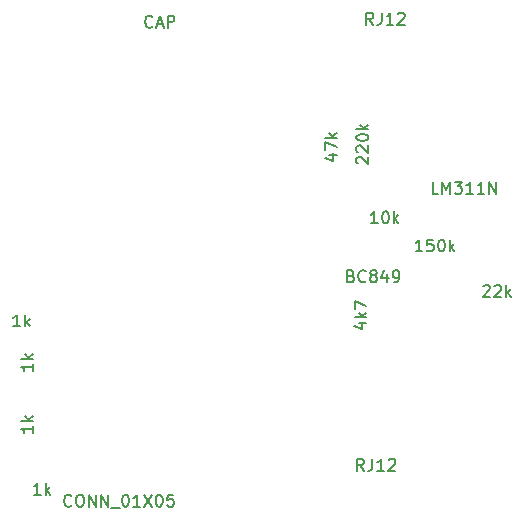
<source format=gbr>
G04 #@! TF.FileFunction,Other,Fab,Top*
%FSLAX46Y46*%
G04 Gerber Fmt 4.6, Leading zero omitted, Abs format (unit mm)*
G04 Created by KiCad (PCBNEW (2015-08-02 BZR 6038)-product) date 2015 November 19, Thursday 21:17:08*
%MOMM*%
G01*
G04 APERTURE LIST*
%ADD10C,0.100000*%
%ADD11C,0.150000*%
G04 APERTURE END LIST*
D10*
D11*
X214726191Y-119912381D02*
X214392857Y-119436190D01*
X214154762Y-119912381D02*
X214154762Y-118912381D01*
X214535715Y-118912381D01*
X214630953Y-118960000D01*
X214678572Y-119007619D01*
X214726191Y-119102857D01*
X214726191Y-119245714D01*
X214678572Y-119340952D01*
X214630953Y-119388571D01*
X214535715Y-119436190D01*
X214154762Y-119436190D01*
X215440477Y-118912381D02*
X215440477Y-119626667D01*
X215392857Y-119769524D01*
X215297619Y-119864762D01*
X215154762Y-119912381D01*
X215059524Y-119912381D01*
X216440477Y-119912381D02*
X215869048Y-119912381D01*
X216154762Y-119912381D02*
X216154762Y-118912381D01*
X216059524Y-119055238D01*
X215964286Y-119150476D01*
X215869048Y-119198095D01*
X216821429Y-119007619D02*
X216869048Y-118960000D01*
X216964286Y-118912381D01*
X217202382Y-118912381D01*
X217297620Y-118960000D01*
X217345239Y-119007619D01*
X217392858Y-119102857D01*
X217392858Y-119198095D01*
X217345239Y-119340952D01*
X216773810Y-119912381D01*
X217392858Y-119912381D01*
X215524191Y-82142381D02*
X215190857Y-81666190D01*
X214952762Y-82142381D02*
X214952762Y-81142381D01*
X215333715Y-81142381D01*
X215428953Y-81190000D01*
X215476572Y-81237619D01*
X215524191Y-81332857D01*
X215524191Y-81475714D01*
X215476572Y-81570952D01*
X215428953Y-81618571D01*
X215333715Y-81666190D01*
X214952762Y-81666190D01*
X216238477Y-81142381D02*
X216238477Y-81856667D01*
X216190857Y-81999524D01*
X216095619Y-82094762D01*
X215952762Y-82142381D01*
X215857524Y-82142381D01*
X217238477Y-82142381D02*
X216667048Y-82142381D01*
X216952762Y-82142381D02*
X216952762Y-81142381D01*
X216857524Y-81285238D01*
X216762286Y-81380476D01*
X216667048Y-81428095D01*
X217619429Y-81237619D02*
X217667048Y-81190000D01*
X217762286Y-81142381D01*
X218000382Y-81142381D01*
X218095620Y-81190000D01*
X218143239Y-81237619D01*
X218190858Y-81332857D01*
X218190858Y-81428095D01*
X218143239Y-81570952D01*
X217571810Y-82142381D01*
X218190858Y-82142381D01*
X196830593Y-82297143D02*
X196782974Y-82344762D01*
X196640117Y-82392381D01*
X196544879Y-82392381D01*
X196402021Y-82344762D01*
X196306783Y-82249524D01*
X196259164Y-82154286D01*
X196211545Y-81963810D01*
X196211545Y-81820952D01*
X196259164Y-81630476D01*
X196306783Y-81535238D01*
X196402021Y-81440000D01*
X196544879Y-81392381D01*
X196640117Y-81392381D01*
X196782974Y-81440000D01*
X196830593Y-81487619D01*
X197211545Y-82106667D02*
X197687736Y-82106667D01*
X197116307Y-82392381D02*
X197449640Y-81392381D01*
X197782974Y-82392381D01*
X198116307Y-82392381D02*
X198116307Y-81392381D01*
X198497260Y-81392381D01*
X198592498Y-81440000D01*
X198640117Y-81487619D01*
X198687736Y-81582857D01*
X198687736Y-81725714D01*
X198640117Y-81820952D01*
X198592498Y-81868571D01*
X198497260Y-81916190D01*
X198116307Y-81916190D01*
X185630953Y-107702381D02*
X185059524Y-107702381D01*
X185345238Y-107702381D02*
X185345238Y-106702381D01*
X185250000Y-106845238D01*
X185154762Y-106940476D01*
X185059524Y-106988095D01*
X186059524Y-107702381D02*
X186059524Y-106702381D01*
X186154762Y-107321429D02*
X186440477Y-107702381D01*
X186440477Y-107035714D02*
X186059524Y-107416667D01*
X186702381Y-110869047D02*
X186702381Y-111440476D01*
X186702381Y-111154762D02*
X185702381Y-111154762D01*
X185845238Y-111250000D01*
X185940476Y-111345238D01*
X185988095Y-111440476D01*
X186702381Y-110440476D02*
X185702381Y-110440476D01*
X186321429Y-110345238D02*
X186702381Y-110059523D01*
X186035714Y-110059523D02*
X186416667Y-110440476D01*
X186702381Y-116119047D02*
X186702381Y-116690476D01*
X186702381Y-116404762D02*
X185702381Y-116404762D01*
X185845238Y-116500000D01*
X185940476Y-116595238D01*
X185988095Y-116690476D01*
X186702381Y-115690476D02*
X185702381Y-115690476D01*
X186321429Y-115595238D02*
X186702381Y-115309523D01*
X186035714Y-115309523D02*
X186416667Y-115690476D01*
X187380953Y-121952381D02*
X186809524Y-121952381D01*
X187095238Y-121952381D02*
X187095238Y-120952381D01*
X187000000Y-121095238D01*
X186904762Y-121190476D01*
X186809524Y-121238095D01*
X187809524Y-121952381D02*
X187809524Y-120952381D01*
X187904762Y-121571429D02*
X188190477Y-121952381D01*
X188190477Y-121285714D02*
X187809524Y-121666667D01*
X213642858Y-103428571D02*
X213785715Y-103476190D01*
X213833334Y-103523810D01*
X213880953Y-103619048D01*
X213880953Y-103761905D01*
X213833334Y-103857143D01*
X213785715Y-103904762D01*
X213690477Y-103952381D01*
X213309524Y-103952381D01*
X213309524Y-102952381D01*
X213642858Y-102952381D01*
X213738096Y-103000000D01*
X213785715Y-103047619D01*
X213833334Y-103142857D01*
X213833334Y-103238095D01*
X213785715Y-103333333D01*
X213738096Y-103380952D01*
X213642858Y-103428571D01*
X213309524Y-103428571D01*
X214880953Y-103857143D02*
X214833334Y-103904762D01*
X214690477Y-103952381D01*
X214595239Y-103952381D01*
X214452381Y-103904762D01*
X214357143Y-103809524D01*
X214309524Y-103714286D01*
X214261905Y-103523810D01*
X214261905Y-103380952D01*
X214309524Y-103190476D01*
X214357143Y-103095238D01*
X214452381Y-103000000D01*
X214595239Y-102952381D01*
X214690477Y-102952381D01*
X214833334Y-103000000D01*
X214880953Y-103047619D01*
X215452381Y-103380952D02*
X215357143Y-103333333D01*
X215309524Y-103285714D01*
X215261905Y-103190476D01*
X215261905Y-103142857D01*
X215309524Y-103047619D01*
X215357143Y-103000000D01*
X215452381Y-102952381D01*
X215642858Y-102952381D01*
X215738096Y-103000000D01*
X215785715Y-103047619D01*
X215833334Y-103142857D01*
X215833334Y-103190476D01*
X215785715Y-103285714D01*
X215738096Y-103333333D01*
X215642858Y-103380952D01*
X215452381Y-103380952D01*
X215357143Y-103428571D01*
X215309524Y-103476190D01*
X215261905Y-103571429D01*
X215261905Y-103761905D01*
X215309524Y-103857143D01*
X215357143Y-103904762D01*
X215452381Y-103952381D01*
X215642858Y-103952381D01*
X215738096Y-103904762D01*
X215785715Y-103857143D01*
X215833334Y-103761905D01*
X215833334Y-103571429D01*
X215785715Y-103476190D01*
X215738096Y-103428571D01*
X215642858Y-103380952D01*
X216690477Y-103285714D02*
X216690477Y-103952381D01*
X216452381Y-102904762D02*
X216214286Y-103619048D01*
X216833334Y-103619048D01*
X217261905Y-103952381D02*
X217452381Y-103952381D01*
X217547620Y-103904762D01*
X217595239Y-103857143D01*
X217690477Y-103714286D01*
X217738096Y-103523810D01*
X217738096Y-103142857D01*
X217690477Y-103047619D01*
X217642858Y-103000000D01*
X217547620Y-102952381D01*
X217357143Y-102952381D01*
X217261905Y-103000000D01*
X217214286Y-103047619D01*
X217166667Y-103142857D01*
X217166667Y-103380952D01*
X217214286Y-103476190D01*
X217261905Y-103523810D01*
X217357143Y-103571429D01*
X217547620Y-103571429D01*
X217642858Y-103523810D01*
X217690477Y-103476190D01*
X217738096Y-103380952D01*
X214285714Y-107440476D02*
X214952381Y-107440476D01*
X213904762Y-107678572D02*
X214619048Y-107916667D01*
X214619048Y-107297619D01*
X214952381Y-106916667D02*
X213952381Y-106916667D01*
X214571429Y-106821429D02*
X214952381Y-106535714D01*
X214285714Y-106535714D02*
X214666667Y-106916667D01*
X213952381Y-106202381D02*
X213952381Y-105535714D01*
X214952381Y-105964286D01*
X211785714Y-93190476D02*
X212452381Y-93190476D01*
X211404762Y-93428572D02*
X212119048Y-93666667D01*
X212119048Y-93047619D01*
X211452381Y-92761905D02*
X211452381Y-92095238D01*
X212452381Y-92523810D01*
X212452381Y-91714286D02*
X211452381Y-91714286D01*
X212071429Y-91619048D02*
X212452381Y-91333333D01*
X211785714Y-91333333D02*
X212166667Y-91714286D01*
X219678572Y-101352381D02*
X219107143Y-101352381D01*
X219392857Y-101352381D02*
X219392857Y-100352381D01*
X219297619Y-100495238D01*
X219202381Y-100590476D01*
X219107143Y-100638095D01*
X220583334Y-100352381D02*
X220107143Y-100352381D01*
X220059524Y-100828571D01*
X220107143Y-100780952D01*
X220202381Y-100733333D01*
X220440477Y-100733333D01*
X220535715Y-100780952D01*
X220583334Y-100828571D01*
X220630953Y-100923810D01*
X220630953Y-101161905D01*
X220583334Y-101257143D01*
X220535715Y-101304762D01*
X220440477Y-101352381D01*
X220202381Y-101352381D01*
X220107143Y-101304762D01*
X220059524Y-101257143D01*
X221250000Y-100352381D02*
X221345239Y-100352381D01*
X221440477Y-100400000D01*
X221488096Y-100447619D01*
X221535715Y-100542857D01*
X221583334Y-100733333D01*
X221583334Y-100971429D01*
X221535715Y-101161905D01*
X221488096Y-101257143D01*
X221440477Y-101304762D01*
X221345239Y-101352381D01*
X221250000Y-101352381D01*
X221154762Y-101304762D01*
X221107143Y-101257143D01*
X221059524Y-101161905D01*
X221011905Y-100971429D01*
X221011905Y-100733333D01*
X221059524Y-100542857D01*
X221107143Y-100447619D01*
X221154762Y-100400000D01*
X221250000Y-100352381D01*
X222011905Y-101352381D02*
X222011905Y-100352381D01*
X222107143Y-100971429D02*
X222392858Y-101352381D01*
X222392858Y-100685714D02*
X222011905Y-101066667D01*
X215904762Y-98952381D02*
X215333333Y-98952381D01*
X215619047Y-98952381D02*
X215619047Y-97952381D01*
X215523809Y-98095238D01*
X215428571Y-98190476D01*
X215333333Y-98238095D01*
X216523809Y-97952381D02*
X216619048Y-97952381D01*
X216714286Y-98000000D01*
X216761905Y-98047619D01*
X216809524Y-98142857D01*
X216857143Y-98333333D01*
X216857143Y-98571429D01*
X216809524Y-98761905D01*
X216761905Y-98857143D01*
X216714286Y-98904762D01*
X216619048Y-98952381D01*
X216523809Y-98952381D01*
X216428571Y-98904762D01*
X216380952Y-98857143D01*
X216333333Y-98761905D01*
X216285714Y-98571429D01*
X216285714Y-98333333D01*
X216333333Y-98142857D01*
X216380952Y-98047619D01*
X216428571Y-98000000D01*
X216523809Y-97952381D01*
X217285714Y-98952381D02*
X217285714Y-97952381D01*
X217380952Y-98571429D02*
X217666667Y-98952381D01*
X217666667Y-98285714D02*
X217285714Y-98666667D01*
X224833333Y-104297619D02*
X224880952Y-104250000D01*
X224976190Y-104202381D01*
X225214286Y-104202381D01*
X225309524Y-104250000D01*
X225357143Y-104297619D01*
X225404762Y-104392857D01*
X225404762Y-104488095D01*
X225357143Y-104630952D01*
X224785714Y-105202381D01*
X225404762Y-105202381D01*
X225785714Y-104297619D02*
X225833333Y-104250000D01*
X225928571Y-104202381D01*
X226166667Y-104202381D01*
X226261905Y-104250000D01*
X226309524Y-104297619D01*
X226357143Y-104392857D01*
X226357143Y-104488095D01*
X226309524Y-104630952D01*
X225738095Y-105202381D01*
X226357143Y-105202381D01*
X226785714Y-105202381D02*
X226785714Y-104202381D01*
X226880952Y-104821429D02*
X227166667Y-105202381D01*
X227166667Y-104535714D02*
X226785714Y-104916667D01*
X214197619Y-93892857D02*
X214150000Y-93845238D01*
X214102381Y-93750000D01*
X214102381Y-93511904D01*
X214150000Y-93416666D01*
X214197619Y-93369047D01*
X214292857Y-93321428D01*
X214388095Y-93321428D01*
X214530952Y-93369047D01*
X215102381Y-93940476D01*
X215102381Y-93321428D01*
X214197619Y-92940476D02*
X214150000Y-92892857D01*
X214102381Y-92797619D01*
X214102381Y-92559523D01*
X214150000Y-92464285D01*
X214197619Y-92416666D01*
X214292857Y-92369047D01*
X214388095Y-92369047D01*
X214530952Y-92416666D01*
X215102381Y-92988095D01*
X215102381Y-92369047D01*
X214102381Y-91750000D02*
X214102381Y-91654761D01*
X214150000Y-91559523D01*
X214197619Y-91511904D01*
X214292857Y-91464285D01*
X214483333Y-91416666D01*
X214721429Y-91416666D01*
X214911905Y-91464285D01*
X215007143Y-91511904D01*
X215054762Y-91559523D01*
X215102381Y-91654761D01*
X215102381Y-91750000D01*
X215054762Y-91845238D01*
X215007143Y-91892857D01*
X214911905Y-91940476D01*
X214721429Y-91988095D01*
X214483333Y-91988095D01*
X214292857Y-91940476D01*
X214197619Y-91892857D01*
X214150000Y-91845238D01*
X214102381Y-91750000D01*
X215102381Y-90988095D02*
X214102381Y-90988095D01*
X214721429Y-90892857D02*
X215102381Y-90607142D01*
X214435714Y-90607142D02*
X214816667Y-90988095D01*
X221035715Y-96464381D02*
X220559524Y-96464381D01*
X220559524Y-95464381D01*
X221369048Y-96464381D02*
X221369048Y-95464381D01*
X221702382Y-96178667D01*
X222035715Y-95464381D01*
X222035715Y-96464381D01*
X222416667Y-95464381D02*
X223035715Y-95464381D01*
X222702381Y-95845333D01*
X222845239Y-95845333D01*
X222940477Y-95892952D01*
X222988096Y-95940571D01*
X223035715Y-96035810D01*
X223035715Y-96273905D01*
X222988096Y-96369143D01*
X222940477Y-96416762D01*
X222845239Y-96464381D01*
X222559524Y-96464381D01*
X222464286Y-96416762D01*
X222416667Y-96369143D01*
X223988096Y-96464381D02*
X223416667Y-96464381D01*
X223702381Y-96464381D02*
X223702381Y-95464381D01*
X223607143Y-95607238D01*
X223511905Y-95702476D01*
X223416667Y-95750095D01*
X224940477Y-96464381D02*
X224369048Y-96464381D01*
X224654762Y-96464381D02*
X224654762Y-95464381D01*
X224559524Y-95607238D01*
X224464286Y-95702476D01*
X224369048Y-95750095D01*
X225369048Y-96464381D02*
X225369048Y-95464381D01*
X225940477Y-96464381D01*
X225940477Y-95464381D01*
X189976191Y-122857143D02*
X189928572Y-122904762D01*
X189785715Y-122952381D01*
X189690477Y-122952381D01*
X189547619Y-122904762D01*
X189452381Y-122809524D01*
X189404762Y-122714286D01*
X189357143Y-122523810D01*
X189357143Y-122380952D01*
X189404762Y-122190476D01*
X189452381Y-122095238D01*
X189547619Y-122000000D01*
X189690477Y-121952381D01*
X189785715Y-121952381D01*
X189928572Y-122000000D01*
X189976191Y-122047619D01*
X190595238Y-121952381D02*
X190785715Y-121952381D01*
X190880953Y-122000000D01*
X190976191Y-122095238D01*
X191023810Y-122285714D01*
X191023810Y-122619048D01*
X190976191Y-122809524D01*
X190880953Y-122904762D01*
X190785715Y-122952381D01*
X190595238Y-122952381D01*
X190500000Y-122904762D01*
X190404762Y-122809524D01*
X190357143Y-122619048D01*
X190357143Y-122285714D01*
X190404762Y-122095238D01*
X190500000Y-122000000D01*
X190595238Y-121952381D01*
X191452381Y-122952381D02*
X191452381Y-121952381D01*
X192023810Y-122952381D01*
X192023810Y-121952381D01*
X192500000Y-122952381D02*
X192500000Y-121952381D01*
X193071429Y-122952381D01*
X193071429Y-121952381D01*
X193309524Y-123047619D02*
X194071429Y-123047619D01*
X194500000Y-121952381D02*
X194595239Y-121952381D01*
X194690477Y-122000000D01*
X194738096Y-122047619D01*
X194785715Y-122142857D01*
X194833334Y-122333333D01*
X194833334Y-122571429D01*
X194785715Y-122761905D01*
X194738096Y-122857143D01*
X194690477Y-122904762D01*
X194595239Y-122952381D01*
X194500000Y-122952381D01*
X194404762Y-122904762D01*
X194357143Y-122857143D01*
X194309524Y-122761905D01*
X194261905Y-122571429D01*
X194261905Y-122333333D01*
X194309524Y-122142857D01*
X194357143Y-122047619D01*
X194404762Y-122000000D01*
X194500000Y-121952381D01*
X195785715Y-122952381D02*
X195214286Y-122952381D01*
X195500000Y-122952381D02*
X195500000Y-121952381D01*
X195404762Y-122095238D01*
X195309524Y-122190476D01*
X195214286Y-122238095D01*
X196119048Y-121952381D02*
X196785715Y-122952381D01*
X196785715Y-121952381D02*
X196119048Y-122952381D01*
X197357143Y-121952381D02*
X197452382Y-121952381D01*
X197547620Y-122000000D01*
X197595239Y-122047619D01*
X197642858Y-122142857D01*
X197690477Y-122333333D01*
X197690477Y-122571429D01*
X197642858Y-122761905D01*
X197595239Y-122857143D01*
X197547620Y-122904762D01*
X197452382Y-122952381D01*
X197357143Y-122952381D01*
X197261905Y-122904762D01*
X197214286Y-122857143D01*
X197166667Y-122761905D01*
X197119048Y-122571429D01*
X197119048Y-122333333D01*
X197166667Y-122142857D01*
X197214286Y-122047619D01*
X197261905Y-122000000D01*
X197357143Y-121952381D01*
X198595239Y-121952381D02*
X198119048Y-121952381D01*
X198071429Y-122428571D01*
X198119048Y-122380952D01*
X198214286Y-122333333D01*
X198452382Y-122333333D01*
X198547620Y-122380952D01*
X198595239Y-122428571D01*
X198642858Y-122523810D01*
X198642858Y-122761905D01*
X198595239Y-122857143D01*
X198547620Y-122904762D01*
X198452382Y-122952381D01*
X198214286Y-122952381D01*
X198119048Y-122904762D01*
X198071429Y-122857143D01*
M02*

</source>
